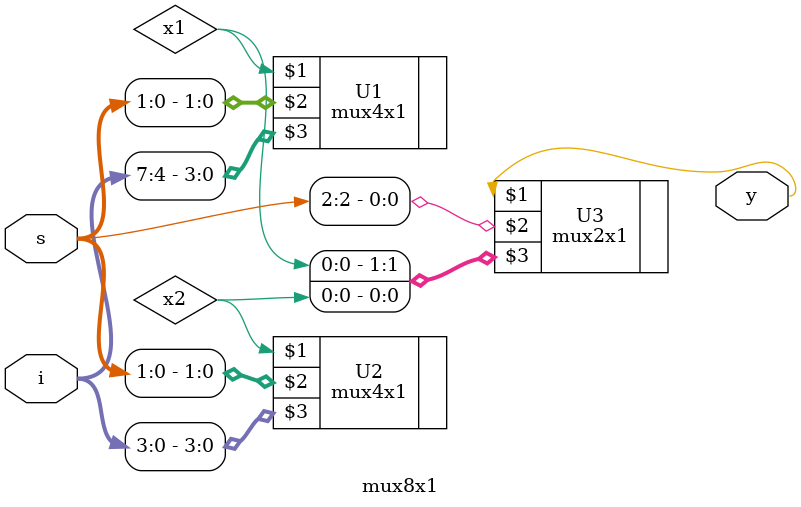
<source format=sv>
module mux8x1(y, s, i);
input [7:0] i;
input [2:0] s;
output y;

// Built using 2x1 and 4x1 muxes
mux4x1 U1 (x1, s[1:0], i[7:4]);
mux4x1 U2 (x2, s[1:0], i[3:0]);
mux2x1 U3 (y,  s[2], {x1, x2});

endmodule
</source>
